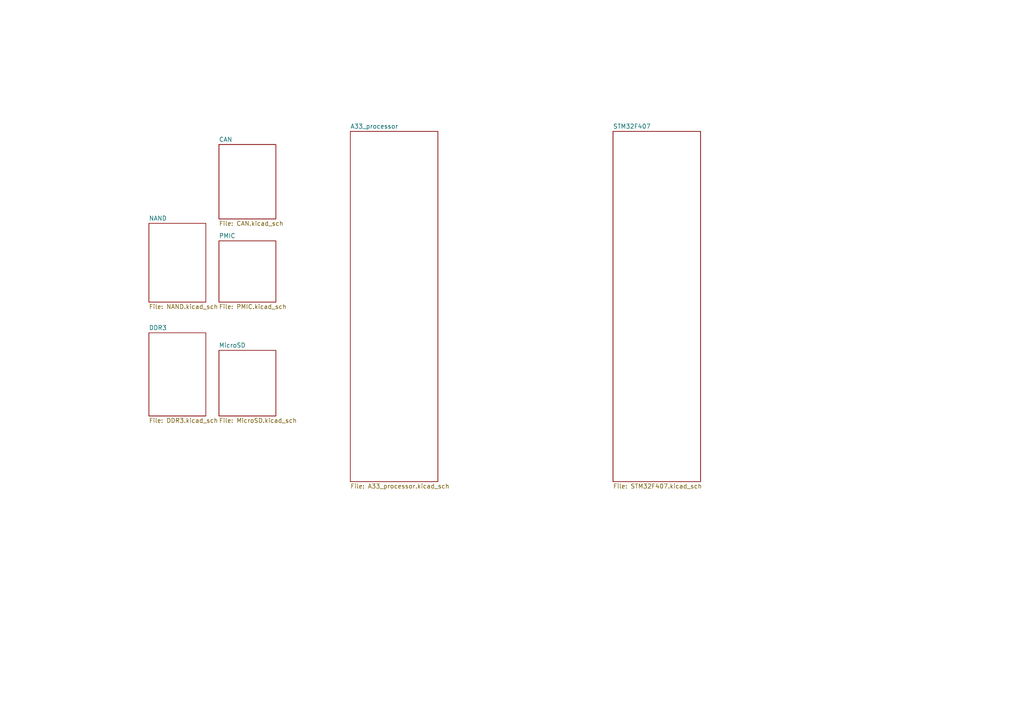
<source format=kicad_sch>
(kicad_sch
	(version 20231120)
	(generator "eeschema")
	(generator_version "8.0")
	(uuid "3e05cd46-9a90-4a1f-b05b-0dae106e345f")
	(paper "A4")
	(lib_symbols)
	(sheet
		(at 43.18 64.77)
		(size 16.51 22.86)
		(fields_autoplaced yes)
		(stroke
			(width 0.1524)
			(type solid)
		)
		(fill
			(color 0 0 0 0.0000)
		)
		(uuid "1d6802c7-c131-494a-bac5-bb8fa415e254")
		(property "Sheetname" "NAND"
			(at 43.18 64.0584 0)
			(effects
				(font
					(size 1.27 1.27)
				)
				(justify left bottom)
			)
		)
		(property "Sheetfile" "NAND.kicad_sch"
			(at 43.18 88.2146 0)
			(effects
				(font
					(size 1.27 1.27)
				)
				(justify left top)
			)
		)
		(instances
			(project "Main_board"
				(path "/3e05cd46-9a90-4a1f-b05b-0dae106e345f"
					(page "3")
				)
			)
		)
	)
	(sheet
		(at 43.18 96.52)
		(size 16.51 24.13)
		(fields_autoplaced yes)
		(stroke
			(width 0.1524)
			(type solid)
		)
		(fill
			(color 0 0 0 0.0000)
		)
		(uuid "4ec99fa0-6590-4ba4-8b96-57b89acbc7b9")
		(property "Sheetname" "DDR3"
			(at 43.18 95.8084 0)
			(effects
				(font
					(size 1.27 1.27)
				)
				(justify left bottom)
			)
		)
		(property "Sheetfile" "DDR3.kicad_sch"
			(at 43.18 121.2346 0)
			(effects
				(font
					(size 1.27 1.27)
				)
				(justify left top)
			)
		)
		(instances
			(project "Main_board"
				(path "/3e05cd46-9a90-4a1f-b05b-0dae106e345f"
					(page "2")
				)
			)
		)
	)
	(sheet
		(at 63.5 41.91)
		(size 16.51 21.59)
		(fields_autoplaced yes)
		(stroke
			(width 0.1524)
			(type solid)
		)
		(fill
			(color 0 0 0 0.0000)
		)
		(uuid "58b7b287-7890-4559-91c5-9e464a18a650")
		(property "Sheetname" "CAN"
			(at 63.5 41.1984 0)
			(effects
				(font
					(size 1.27 1.27)
				)
				(justify left bottom)
			)
		)
		(property "Sheetfile" "CAN.kicad_sch"
			(at 63.5 64.0846 0)
			(effects
				(font
					(size 1.27 1.27)
				)
				(justify left top)
			)
		)
		(instances
			(project "Main_board"
				(path "/3e05cd46-9a90-4a1f-b05b-0dae106e345f"
					(page "8")
				)
			)
		)
	)
	(sheet
		(at 101.6 38.1)
		(size 25.4 101.6)
		(fields_autoplaced yes)
		(stroke
			(width 0.1524)
			(type solid)
		)
		(fill
			(color 0 0 0 0.0000)
		)
		(uuid "70ffc919-df9e-4ad1-9ce6-23e5f5cd1364")
		(property "Sheetname" "A33_processor"
			(at 101.6 37.3884 0)
			(effects
				(font
					(size 1.27 1.27)
				)
				(justify left bottom)
			)
		)
		(property "Sheetfile" "A33_processor.kicad_sch"
			(at 101.6 140.2846 0)
			(effects
				(font
					(size 1.27 1.27)
				)
				(justify left top)
			)
		)
		(instances
			(project "Main_board"
				(path "/3e05cd46-9a90-4a1f-b05b-0dae106e345f"
					(page "6")
				)
			)
		)
	)
	(sheet
		(at 63.5 69.85)
		(size 16.51 17.78)
		(fields_autoplaced yes)
		(stroke
			(width 0.1524)
			(type solid)
		)
		(fill
			(color 0 0 0 0.0000)
		)
		(uuid "76cb5d8f-8e95-456e-ae0a-62c15bda5150")
		(property "Sheetname" "PMIC"
			(at 63.5 69.1384 0)
			(effects
				(font
					(size 1.27 1.27)
				)
				(justify left bottom)
			)
		)
		(property "Sheetfile" "PMIC.kicad_sch"
			(at 63.5 88.2146 0)
			(effects
				(font
					(size 1.27 1.27)
				)
				(justify left top)
			)
		)
		(instances
			(project "Main_board"
				(path "/3e05cd46-9a90-4a1f-b05b-0dae106e345f"
					(page "5")
				)
			)
		)
	)
	(sheet
		(at 63.5 101.6)
		(size 16.51 19.05)
		(fields_autoplaced yes)
		(stroke
			(width 0.1524)
			(type solid)
		)
		(fill
			(color 0 0 0 0.0000)
		)
		(uuid "bf001fc5-19d9-41dc-b098-e491ad89b8e9")
		(property "Sheetname" "MicroSD"
			(at 63.5 100.8884 0)
			(effects
				(font
					(size 1.27 1.27)
				)
				(justify left bottom)
			)
		)
		(property "Sheetfile" "MicroSD.kicad_sch"
			(at 63.5 121.2346 0)
			(effects
				(font
					(size 1.27 1.27)
				)
				(justify left top)
			)
		)
		(instances
			(project "Main_board"
				(path "/3e05cd46-9a90-4a1f-b05b-0dae106e345f"
					(page "4")
				)
			)
		)
	)
	(sheet
		(at 177.8 38.1)
		(size 25.4 101.6)
		(fields_autoplaced yes)
		(stroke
			(width 0.1524)
			(type solid)
		)
		(fill
			(color 0 0 0 0.0000)
		)
		(uuid "dab31ea9-c761-44c4-bcf0-981926cc2cc0")
		(property "Sheetname" "STM32F407"
			(at 177.8 37.3884 0)
			(effects
				(font
					(size 1.27 1.27)
				)
				(justify left bottom)
			)
		)
		(property "Sheetfile" "STM32F407.kicad_sch"
			(at 177.8 140.2846 0)
			(effects
				(font
					(size 1.27 1.27)
				)
				(justify left top)
			)
		)
		(instances
			(project "Main_board"
				(path "/3e05cd46-9a90-4a1f-b05b-0dae106e345f"
					(page "7")
				)
			)
		)
	)
	(sheet_instances
		(path "/"
			(page "1")
		)
	)
)
</source>
